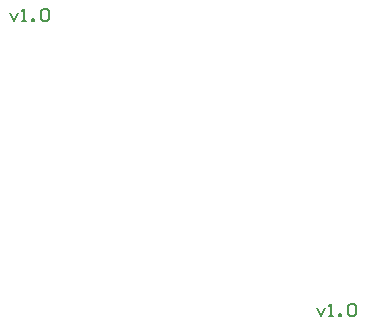
<source format=gto>
G04*
G04 #@! TF.GenerationSoftware,Altium Limited,Altium Designer,18.0.11 (651)*
G04*
G04 Layer_Color=65535*
%FSLAX43Y43*%
%MOMM*%
G71*
G01*
G75*
%ADD10C,0.200*%
D10*
X46200Y36866D02*
X46533Y36200D01*
X46866Y36866D01*
X47200Y36200D02*
X47533D01*
X47366D01*
Y37200D01*
X47200Y37033D01*
X48033Y36200D02*
Y36367D01*
X48199D01*
Y36200D01*
X48033D01*
X48866Y37033D02*
X49032Y37200D01*
X49366D01*
X49532Y37033D01*
Y36367D01*
X49366Y36200D01*
X49032D01*
X48866Y36367D01*
Y37033D01*
X72200Y11866D02*
X72533Y11200D01*
X72866Y11866D01*
X73200Y11200D02*
X73533D01*
X73366D01*
Y12200D01*
X73200Y12033D01*
X74033Y11200D02*
Y11367D01*
X74199D01*
Y11200D01*
X74033D01*
X74866Y12033D02*
X75032Y12200D01*
X75366D01*
X75532Y12033D01*
Y11367D01*
X75366Y11200D01*
X75032D01*
X74866Y11367D01*
Y12033D01*
M02*

</source>
